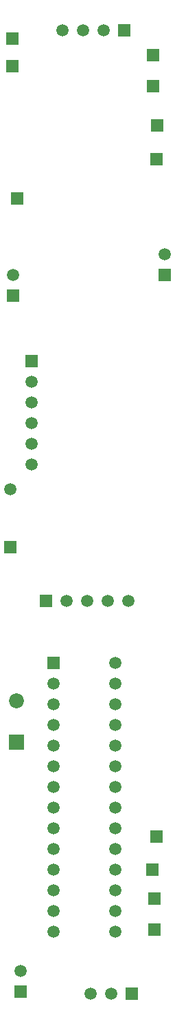
<source format=gbr>
G04 Layer_Color=255*
%FSLAX24Y24*%
%MOIN*%
%TF.FileFunction,Pads,Bot*%
%TF.Part,Single*%
G01*
G75*
%TA.AperFunction,ComponentPad*%
%ADD17C,0.0591*%
%ADD18R,0.0591X0.0591*%
%ADD19R,0.0591X0.0591*%
%ADD20C,0.0728*%
%ADD21R,0.0728X0.0728*%
D17*
X56800Y37500D02*
D03*
X57350Y62000D02*
D03*
Y63000D02*
D03*
Y64000D02*
D03*
Y65000D02*
D03*
Y66000D02*
D03*
X61400Y39400D02*
D03*
Y40400D02*
D03*
Y41400D02*
D03*
Y42400D02*
D03*
Y43400D02*
D03*
Y44400D02*
D03*
Y45400D02*
D03*
Y46400D02*
D03*
Y47400D02*
D03*
Y48400D02*
D03*
Y49400D02*
D03*
Y50400D02*
D03*
Y51400D02*
D03*
Y52400D02*
D03*
X58400Y39400D02*
D03*
Y40400D02*
D03*
Y41400D02*
D03*
Y42400D02*
D03*
Y43400D02*
D03*
Y44400D02*
D03*
Y45400D02*
D03*
Y46400D02*
D03*
Y47400D02*
D03*
Y48400D02*
D03*
Y49400D02*
D03*
Y50400D02*
D03*
Y51400D02*
D03*
X59050Y55400D02*
D03*
X60050D02*
D03*
X61050D02*
D03*
X62050D02*
D03*
X56300Y60798D02*
D03*
X56450Y71150D02*
D03*
X63800Y72150D02*
D03*
X60850Y83000D02*
D03*
X59850D02*
D03*
X58850D02*
D03*
X60200Y36400D02*
D03*
X61200D02*
D03*
D18*
X56800Y36500D02*
D03*
X57350Y67000D02*
D03*
X63400Y44000D02*
D03*
X63200Y42400D02*
D03*
X63300Y41000D02*
D03*
Y39500D02*
D03*
X63250Y80300D02*
D03*
X56400Y81250D02*
D03*
X63250Y81800D02*
D03*
X56300Y58002D02*
D03*
X63450Y78400D02*
D03*
X63400Y76750D02*
D03*
X56450Y70150D02*
D03*
X63800Y71150D02*
D03*
X56400Y82600D02*
D03*
D19*
X58400Y52400D02*
D03*
X58050Y55400D02*
D03*
X56650Y74850D02*
D03*
X61850Y83000D02*
D03*
X62200Y36400D02*
D03*
D20*
X56600Y50550D02*
D03*
D21*
Y48550D02*
D03*
%TF.MD5,F084180B89C119C559E4B1705C06A128*%
M02*

</source>
